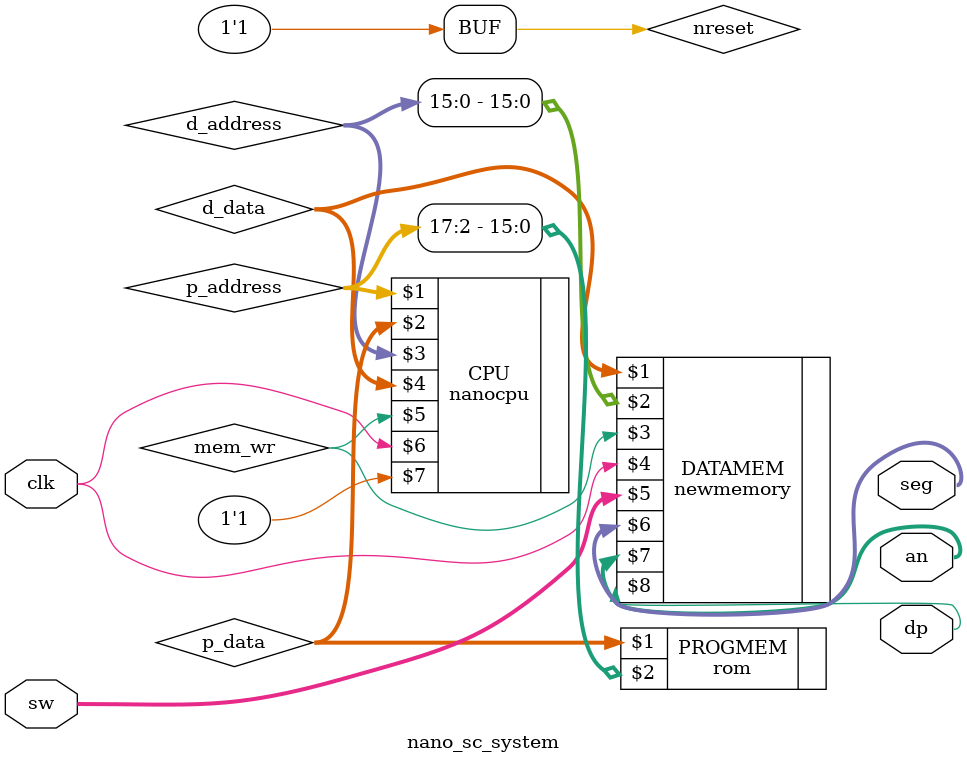
<source format=v>
`timescale 1ns / 1ps

module nano_sc_system(
    output wire [6:0] seg,
    output wire [3:0] an,
    output dp,
    input wire [11:0] sw,
    input wire clk
    );
    
    wire 	[31:0]	p_address;
    wire 	[31:0]	p_data;
    wire	[31:0]	d_address;
    wire	[31:0]	d_data;
    wire	mem_wr;
    reg		nreset=1;
    
    nanocpu	CPU(p_address,p_data,d_address,d_data,mem_wr,clk,nreset);
    rom 	PROGMEM(p_data,p_address[17:2]);
    newmemory 	DATAMEM(d_data,d_address[15:0],mem_wr,clk,sw,seg,an,dp);
    
endmodule
</source>
